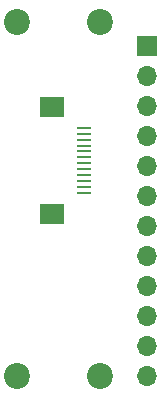
<source format=gbr>
%TF.GenerationSoftware,KiCad,Pcbnew,(7.0.0-0)*%
%TF.CreationDate,2023-06-29T18:43:16+08:00*%
%TF.ProjectId,cirque-connector,63697271-7565-42d6-936f-6e6e6563746f,rev?*%
%TF.SameCoordinates,Original*%
%TF.FileFunction,Soldermask,Top*%
%TF.FilePolarity,Negative*%
%FSLAX46Y46*%
G04 Gerber Fmt 4.6, Leading zero omitted, Abs format (unit mm)*
G04 Created by KiCad (PCBNEW (7.0.0-0)) date 2023-06-29 18:43:16*
%MOMM*%
%LPD*%
G01*
G04 APERTURE LIST*
%ADD10C,2.200000*%
%ADD11R,1.700000X1.700000*%
%ADD12O,1.700000X1.700000*%
%ADD13R,1.250000X0.280000*%
%ADD14R,2.000000X1.800000*%
G04 APERTURE END LIST*
D10*
%TO.C,REF\u002A\u002A*%
X37000000Y-53000000D03*
%TD*%
%TO.C,REF\u002A\u002A*%
X30000000Y-83000000D03*
%TD*%
%TO.C,REF\u002A\u002A*%
X30000000Y-53000000D03*
%TD*%
D11*
%TO.C,J2*%
X40999999Y-54979999D03*
D12*
X40999999Y-57519999D03*
X40999999Y-60059999D03*
X40999999Y-62599999D03*
X40999999Y-65139999D03*
X40999999Y-67679999D03*
X40999999Y-70219999D03*
X40999999Y-72759999D03*
X40999999Y-75299999D03*
X40999999Y-77839999D03*
X40999999Y-80379999D03*
X40999999Y-82919999D03*
%TD*%
D13*
%TO.C,J1*%
X35723999Y-61949999D03*
X35723999Y-62449999D03*
X35723999Y-62949999D03*
X35723999Y-63449999D03*
X35723999Y-63949999D03*
X35723999Y-64449999D03*
X35723999Y-64949999D03*
X35723999Y-65449999D03*
X35723999Y-65949999D03*
X35723999Y-66449999D03*
X35723999Y-66949999D03*
X35723999Y-67449999D03*
D14*
X32999999Y-69249999D03*
X32999999Y-60149999D03*
%TD*%
D10*
%TO.C,REF\u002A\u002A*%
X37000000Y-83000000D03*
%TD*%
M02*

</source>
